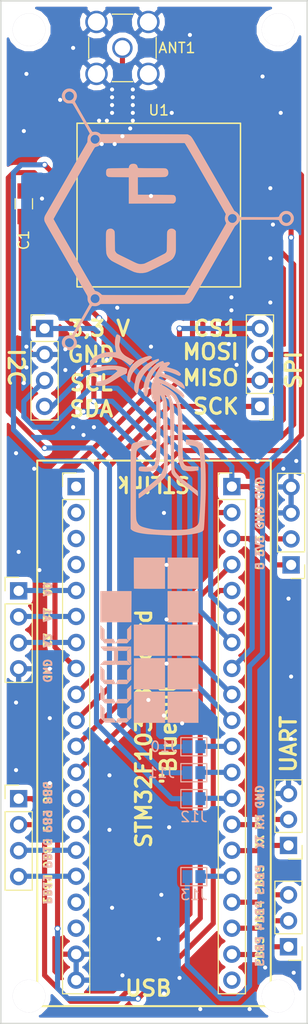
<source format=kicad_pcb>
(kicad_pcb (version 4) (host pcbnew 4.0.6)
  (layers (0 F.Cu signal hide) (31 B.Cu signal hide) (34 B.Paste user) (35 F.Paste user) (36 B.SilkS user) (37 F.SilkS user) (38 B.Mask user) (39 F.Mask user) (44 Edge.Cuts user))
  (net 0 "")
  (net 1 +3V3)
  (net 2 +5V)
  (net 3 GND)
  (net 4 A0)
  (net 5 A1)
  (net 6 A2)
  (net 7 CS1)
  (net 8 CS0)
  (net 9 SCK)
  (net 10 MISO)
  (net 11 MOSI)
  (net 12 PB10)
  (net 13 PB11)
  (net 14 PB13)
  (net 15 PB14)
  (net 16 PB15)
  (net 17 PB9)
  (net 18 PB8)
  (net 19 SDA)
  (net 20 SCL)
  (net 21 DIO2)
  (net 22 DIO1)
  (net 23 DIO0)
  (net 24 PA15)
  (net 25 PA12)
  (net 26 PA11)
  (net 27 RX)
  (net 28 TX)
  (net 29 PA8)
  (net 30 DIO5)
  (net 31 DIO4)
  (net 32 DIO3)
  (net 33 RESET)
  (net 34 "Net-(J3-Pad1)")
  (net 35 "Net-(J3-Pad2)")
  (net 36 "Net-(J3-Pad3)")
  (net 37 "Net-(J3-Pad4)")
  (net 38 "Net-(J3-Pad13)")
  (net 39 "Net-(J3-Pad14)")
  (net 40 "Net-(J3-Pad17)")
  (net 41 "Net-(J6-Pad20)")
  (net 42 "Net-(ANT1-Pad1)")
  (module LOGO (layer B.Cu) (at 44.45 92.456 90)
    (fp_text reference G*** hide)
    (fp_text value LOGO hide)
  )
  (module LOGO (layer B.Cu) (at 42.926 112.522 90)
    (fp_text reference G*** hide)
    (fp_text value LOGO hide)
  )
  (module LOGO (layer B.Cu) (at 46.482 71.374 90)
    (fp_text reference G*** hide)
    (fp_text value LOGO hide)
  )
  (module Mounting_Holes:MountingHole_3.2mm_M3_ISO14580 (layer F.Cu) (at 32.766 52.832)
    (fp_text reference REF** hide)
    (fp_text value MountingHole_3.2mm_M3_ISO14580)
    (pad 1 thru_hole circle (at 0 0) (size 3.2 3.2) (drill 3.2) (layers *.Cu *.Mask))
  )
  (module Mounting_Holes:MountingHole_3.2mm_M3_ISO14580 (layer F.Cu) (at 32.766 147.32)
    (fp_text reference REF** hide)
    (fp_text value MountingHole_3.2mm_M3_ISO14580)
    (pad 1 thru_hole circle (at 0 0) (size 3.2 3.2) (drill 3.2) (layers *.Cu *.Mask))
  )
  (module Mounting_Holes:MountingHole_3.2mm_M3_ISO14580 (layer F.Cu) (at 57.15 147.32)
    (fp_text reference REF** hide)
    (fp_text value MountingHole_3.2mm_M3_ISO14580)
    (pad 1 thru_hole circle (at 0 0) (size 3.2 3.2) (drill 3.2) (layers *.Cu *.Mask))
  )
  (module Pin_Headers:Pin_Header_Straight_1x04_Pitch2.54mm (layer F.Cu) (at 58.42 105.156 180)
    (fp_text reference J2 hide)
    (fp_text value POWER)
    (pad 1 thru_hole rect (at 0 0 180) (size 1.7 1.7) (drill 1) (layers *.Cu *.Mask) (net 2 +5V))
    (pad 2 thru_hole oval (at 0 2.54 180) (size 1.7 1.7) (drill 1) (layers *.Cu *.Mask) (net 1 +3V3))
    (pad 3 thru_hole oval (at 0 5.08 180) (size 1.7 1.7) (drill 1) (layers *.Cu *.Mask) (net 3 GND))
    (pad 4 thru_hole oval (at 0 7.62 180) (size 1.7 1.7) (drill 1) (layers *.Cu *.Mask) (net 3 GND))
  )
  (module Pin_Headers:Pin_Header_Straight_1x04_Pitch2.54mm (layer F.Cu) (at 31.75 128.016)
    (fp_text reference J8 hide)
    (fp_text value GPIO)
    (pad 1 thru_hole rect (at 0 0) (size 1.7 1.7) (drill 1) (layers *.Cu *.Mask) (net 18 PB8))
    (pad 2 thru_hole oval (at 0 2.54) (size 1.7 1.7) (drill 1) (layers *.Cu *.Mask) (net 17 PB9))
    (pad 3 thru_hole oval (at 0 5.08) (size 1.7 1.7) (drill 1) (layers *.Cu *.Mask) (net 12 PB10))
    (pad 4 thru_hole oval (at 0 7.62) (size 1.7 1.7) (drill 1) (layers *.Cu *.Mask) (net 13 PB11))
  )
  (module Connect:GS2 (layer B.Cu) (at 48.9 125.476 270)
    (fp_text reference J11 (at 0 3.18 540) (layer B.SilkS) (effects (justify mirror)))
    (fp_text value GS2)
    (pad 1 smd rect (at 0 0.64 270) (size 1.27 0.97) (layers B.Cu B.Paste B.Mask) (net 31 DIO4))
    (pad 2 smd rect (at 0 -0.64 270) (size 1.27 0.97) (layers B.Cu B.Paste B.Mask) (net 25 PA12))
  )
  (module Connect:GS2 (layer B.Cu) (at 48.9 128.016 270)
    (fp_text reference J12 (at 1.78 0 540) (layer B.SilkS) (effects (justify mirror)))
    (fp_text value GS2)
    (pad 1 smd rect (at 0 0.64 270) (size 1.27 0.97) (layers B.Cu B.Paste B.Mask) (net 32 DIO3))
    (pad 2 smd rect (at 0 -0.64 270) (size 1.27 0.97) (layers B.Cu B.Paste B.Mask) (net 26 PA11))
  )
  (module Connect:GS2 (layer B.Cu) (at 48.9 135.636 270)
    (fp_text reference J13 (at 1.78 0 540) (layer B.SilkS) (effects (justify mirror)))
    (fp_text value GS2)
    (pad 1 smd rect (at 0 0.64 270) (size 1.27 0.97) (layers B.Cu B.Paste B.Mask) (net 33 RESET))
    (pad 2 smd rect (at 0 -0.64 270) (size 1.27 0.97) (layers B.Cu B.Paste B.Mask) (net 29 PA8))
  )
  (module Pin_Headers:Pin_Header_Straight_1x04_Pitch2.54mm (layer F.Cu) (at 31.75 107.696)
    (fp_text reference J1 hide)
    (fp_text value "Analog IN")
    (pad 1 thru_hole rect (at 0 0) (size 1.7 1.7) (drill 1) (layers *.Cu *.Mask) (net 4 A0))
    (pad 2 thru_hole oval (at 0 2.54) (size 1.7 1.7) (drill 1) (layers *.Cu *.Mask) (net 5 A1))
    (pad 3 thru_hole oval (at 0 5.08) (size 1.7 1.7) (drill 1) (layers *.Cu *.Mask) (net 6 A2))
    (pad 4 thru_hole oval (at 0 7.62) (size 1.7 1.7) (drill 1) (layers *.Cu *.Mask) (net 3 GND))
  )
  (module Pin_Headers:Pin_Header_Straight_1x20_Pitch2.54mm (layer F.Cu) (at 37.38 97.5)
    (fp_text reference J3 hide)
    (fp_text value "Bluepill left")
    (pad 1 thru_hole rect (at 0 0) (size 1.7 1.7) (drill 1) (layers *.Cu *.Mask) (net 34 "Net-(J3-Pad1)"))
    (pad 2 thru_hole oval (at 0 2.54) (size 1.7 1.7) (drill 1) (layers *.Cu *.Mask) (net 35 "Net-(J3-Pad2)"))
    (pad 3 thru_hole oval (at 0 5.08) (size 1.7 1.7) (drill 1) (layers *.Cu *.Mask) (net 36 "Net-(J3-Pad3)"))
    (pad 4 thru_hole oval (at 0 7.62) (size 1.7 1.7) (drill 1) (layers *.Cu *.Mask) (net 37 "Net-(J3-Pad4)"))
    (pad 5 thru_hole oval (at 0 10.16) (size 1.7 1.7) (drill 1) (layers *.Cu *.Mask) (net 4 A0))
    (pad 6 thru_hole oval (at 0 12.7) (size 1.7 1.7) (drill 1) (layers *.Cu *.Mask) (net 5 A1))
    (pad 7 thru_hole oval (at 0 15.24) (size 1.7 1.7) (drill 1) (layers *.Cu *.Mask) (net 6 A2))
    (pad 8 thru_hole oval (at 0 17.78) (size 1.7 1.7) (drill 1) (layers *.Cu *.Mask) (net 7 CS1))
    (pad 9 thru_hole oval (at 0 20.32) (size 1.7 1.7) (drill 1) (layers *.Cu *.Mask) (net 8 CS0))
    (pad 10 thru_hole oval (at 0 22.86) (size 1.7 1.7) (drill 1) (layers *.Cu *.Mask) (net 9 SCK))
    (pad 11 thru_hole oval (at 0 25.4) (size 1.7 1.7) (drill 1) (layers *.Cu *.Mask) (net 10 MISO))
    (pad 12 thru_hole oval (at 0 27.94) (size 1.7 1.7) (drill 1) (layers *.Cu *.Mask) (net 11 MOSI))
    (pad 13 thru_hole oval (at 0 30.48) (size 1.7 1.7) (drill 1) (layers *.Cu *.Mask) (net 38 "Net-(J3-Pad13)"))
    (pad 14 thru_hole oval (at 0 33.02) (size 1.7 1.7) (drill 1) (layers *.Cu *.Mask) (net 39 "Net-(J3-Pad14)"))
    (pad 15 thru_hole oval (at 0 35.56) (size 1.7 1.7) (drill 1) (layers *.Cu *.Mask) (net 12 PB10))
    (pad 16 thru_hole oval (at 0 38.1) (size 1.7 1.7) (drill 1) (layers *.Cu *.Mask) (net 13 PB11))
    (pad 17 thru_hole oval (at 0 40.64) (size 1.7 1.7) (drill 1) (layers *.Cu *.Mask) (net 40 "Net-(J3-Pad17)"))
    (pad 18 thru_hole oval (at 0 43.18) (size 1.7 1.7) (drill 1) (layers *.Cu *.Mask) (net 1 +3V3))
    (pad 19 thru_hole oval (at 0 45.72) (size 1.7 1.7) (drill 1) (layers *.Cu *.Mask) (net 3 GND))
    (pad 20 thru_hole oval (at 0 48.26) (size 1.7 1.7) (drill 1) (layers *.Cu *.Mask) (net 3 GND))
  )
  (module Pin_Headers:Pin_Header_Straight_1x03_Pitch2.54mm (layer F.Cu) (at 58.166 142.494 180)
    (fp_text reference J4 hide)
    (fp_text value "PWM OUT")
    (pad 1 thru_hole rect (at 0 0 180) (size 1.7 1.7) (drill 1) (layers *.Cu *.Mask) (net 14 PB13))
    (pad 2 thru_hole oval (at 0 2.54 180) (size 1.7 1.7) (drill 1) (layers *.Cu *.Mask) (net 15 PB14))
    (pad 3 thru_hole oval (at 0 5.08 180) (size 1.7 1.7) (drill 1) (layers *.Cu *.Mask) (net 16 PB15))
  )
  (module Pin_Headers:Pin_Header_Straight_1x04_Pitch2.54mm (layer F.Cu) (at 55.372 89.662 180)
    (fp_text reference J5 hide)
    (fp_text value "SPI OUT")
    (pad 1 thru_hole rect (at 0 0 180) (size 1.7 1.7) (drill 1) (layers *.Cu *.Mask) (net 9 SCK))
    (pad 2 thru_hole oval (at 0 2.54 180) (size 1.7 1.7) (drill 1) (layers *.Cu *.Mask) (net 10 MISO))
    (pad 3 thru_hole oval (at 0 5.08 180) (size 1.7 1.7) (drill 1) (layers *.Cu *.Mask) (net 11 MOSI))
    (pad 4 thru_hole oval (at 0 7.62 180) (size 1.7 1.7) (drill 1) (layers *.Cu *.Mask) (net 7 CS1))
  )
  (module Pin_Headers:Pin_Header_Straight_1x20_Pitch2.54mm (layer F.Cu) (at 52.62 97.5)
    (fp_text reference J6 hide)
    (fp_text value "Bluepill right")
    (pad 1 thru_hole rect (at 0 0) (size 1.7 1.7) (drill 1) (layers *.Cu *.Mask) (net 1 +3V3))
    (pad 2 thru_hole oval (at 0 2.54) (size 1.7 1.7) (drill 1) (layers *.Cu *.Mask) (net 3 GND))
    (pad 3 thru_hole oval (at 0 5.08) (size 1.7 1.7) (drill 1) (layers *.Cu *.Mask) (net 2 +5V))
    (pad 4 thru_hole oval (at 0 7.62) (size 1.7 1.7) (drill 1) (layers *.Cu *.Mask) (net 17 PB9))
    (pad 5 thru_hole oval (at 0 10.16) (size 1.7 1.7) (drill 1) (layers *.Cu *.Mask) (net 18 PB8))
    (pad 6 thru_hole oval (at 0 12.7) (size 1.7 1.7) (drill 1) (layers *.Cu *.Mask) (net 19 SDA))
    (pad 7 thru_hole oval (at 0 15.24) (size 1.7 1.7) (drill 1) (layers *.Cu *.Mask) (net 20 SCL))
    (pad 8 thru_hole oval (at 0 17.78) (size 1.7 1.7) (drill 1) (layers *.Cu *.Mask) (net 21 DIO2))
    (pad 9 thru_hole oval (at 0 20.32) (size 1.7 1.7) (drill 1) (layers *.Cu *.Mask) (net 22 DIO1))
    (pad 10 thru_hole oval (at 0 22.86) (size 1.7 1.7) (drill 1) (layers *.Cu *.Mask) (net 23 DIO0))
    (pad 11 thru_hole oval (at 0 25.4) (size 1.7 1.7) (drill 1) (layers *.Cu *.Mask) (net 24 PA15))
    (pad 12 thru_hole oval (at 0 27.94) (size 1.7 1.7) (drill 1) (layers *.Cu *.Mask) (net 25 PA12))
    (pad 13 thru_hole oval (at 0 30.48) (size 1.7 1.7) (drill 1) (layers *.Cu *.Mask) (net 26 PA11))
    (pad 14 thru_hole oval (at 0 33.02) (size 1.7 1.7) (drill 1) (layers *.Cu *.Mask) (net 27 RX))
    (pad 15 thru_hole oval (at 0 35.56) (size 1.7 1.7) (drill 1) (layers *.Cu *.Mask) (net 28 TX))
    (pad 16 thru_hole oval (at 0 38.1) (size 1.7 1.7) (drill 1) (layers *.Cu *.Mask) (net 29 PA8))
    (pad 17 thru_hole oval (at 0 40.64) (size 1.7 1.7) (drill 1) (layers *.Cu *.Mask) (net 16 PB15))
    (pad 18 thru_hole oval (at 0 43.18) (size 1.7 1.7) (drill 1) (layers *.Cu *.Mask) (net 15 PB14))
    (pad 19 thru_hole oval (at 0 45.72) (size 1.7 1.7) (drill 1) (layers *.Cu *.Mask) (net 14 PB13))
    (pad 20 thru_hole oval (at 0 48.26) (size 1.7 1.7) (drill 1) (layers *.Cu *.Mask) (net 41 "Net-(J6-Pad20)"))
  )
  (module Pin_Headers:Pin_Header_Straight_1x04_Pitch2.54mm (layer F.Cu) (at 34.29 82.042)
    (fp_text reference J7 hide)
    (fp_text value I2C)
    (pad 1 thru_hole rect (at 0 0) (size 1.7 1.7) (drill 1) (layers *.Cu *.Mask) (net 1 +3V3))
    (pad 2 thru_hole oval (at 0 2.54) (size 1.7 1.7) (drill 1) (layers *.Cu *.Mask) (net 3 GND))
    (pad 3 thru_hole oval (at 0 5.08) (size 1.7 1.7) (drill 1) (layers *.Cu *.Mask) (net 20 SCL))
    (pad 4 thru_hole oval (at 0 7.62) (size 1.7 1.7) (drill 1) (layers *.Cu *.Mask) (net 19 SDA))
  )
  (module Pin_Headers:Pin_Header_Straight_1x03_Pitch2.54mm (layer F.Cu) (at 58.166 132.588 180)
    (fp_text reference J9 hide)
    (fp_text value UART)
    (pad 1 thru_hole rect (at 0 0 180) (size 1.7 1.7) (drill 1) (layers *.Cu *.Mask) (net 28 TX))
    (pad 2 thru_hole oval (at 0 2.54 180) (size 1.7 1.7) (drill 1) (layers *.Cu *.Mask) (net 27 RX))
    (pad 3 thru_hole oval (at 0 5.08 180) (size 1.7 1.7) (drill 1) (layers *.Cu *.Mask) (net 3 GND))
  )
  (module Connect:GS2 (layer B.Cu) (at 48.9 122.936 270)
    (fp_text reference J10 (at 0 2.926 540) (layer B.SilkS) (effects (justify mirror)))
    (fp_text value GS2)
    (pad 1 smd rect (at 0 0.64 270) (size 1.27 0.97) (layers B.Cu B.Paste B.Mask) (net 30 DIO5))
    (pad 2 smd rect (at 0 -0.64 270) (size 1.27 0.97) (layers B.Cu B.Paste B.Mask) (net 24 PA15))
  )
  (module Connect:SMA_THT_Jack_Straight (layer F.Cu) (at 41.91 54.61)
    (fp_text reference ANT1 (at 5.334 0) (layer F.SilkS))
    (fp_text value CONN_COAXIAL)
    (pad 2 thru_hole circle (at -2.54 2.54) (size 2.2 2.2) (drill 1.7) (layers *.Cu *.Mask) (net 3 GND))
    (pad 2 thru_hole circle (at -2.54 -2.54) (size 2.2 2.2) (drill 1.7) (layers *.Cu *.Mask) (net 3 GND))
    (pad 2 thru_hole circle (at 2.54 -2.54) (size 2.2 2.2) (drill 1.7) (layers *.Cu *.Mask) (net 3 GND))
    (pad 2 thru_hole circle (at 2.54 2.54) (size 2.2 2.2) (drill 1.7) (layers *.Cu *.Mask) (net 3 GND))
    (pad 1 thru_hole circle (at 0 0) (size 2 2) (drill 1.5) (layers *.Cu *.Mask) (net 42 "Net-(ANT1-Pad1)"))
  )
  (module Capacitors_SMD:C_0805_HandSoldering (layer F.Cu) (at 32.258 69.85 90)
    (fp_text reference C1 (at -3.556 0 90) (layer F.SilkS))
    (fp_text value "100 nF")
    (pad 1 smd rect (at -1.25 0 90) (size 1.5 1.25) (layers F.Cu F.Paste F.Mask) (net 1 +3V3))
    (pad 2 smd rect (at 1.25 0 90) (size 1.5 1.25) (layers F.Cu F.Paste F.Mask) (net 3 GND))
  )
  (module RFM95W:RFM95W_SMD (layer F.Cu) (at 45.466 61.976 180)
    (fp_text reference U1 (at 0 1.27 180) (layer F.SilkS))
    (fp_text value RFM95W)
    (pad 16 smd rect (at 7 -15 180) (size 3.1 1.2) (drill (offset 1 0)) (layers F.Cu F.Paste F.Mask) (net 21 DIO2))
    (pad 15 smd rect (at 7 -13 180) (size 3.1 1.2) (drill (offset 1 0)) (layers F.Cu F.Paste F.Mask) (net 22 DIO1))
    (pad 14 smd rect (at 7 -11 180) (size 3.1 1.2) (drill (offset 1 0)) (layers F.Cu F.Paste F.Mask) (net 23 DIO0))
    (pad 13 smd rect (at 7 -9 180) (size 3.1 1.2) (drill (offset 1 0)) (layers F.Cu F.Paste F.Mask) (net 1 +3V3))
    (pad 12 smd rect (at 7 -7 180) (size 3.1 1.2) (drill (offset 1 0)) (layers F.Cu F.Paste F.Mask) (net 31 DIO4))
    (pad 11 smd rect (at 7 -5 180) (size 3.1 1.2) (drill (offset 1 0)) (layers F.Cu F.Paste F.Mask) (net 32 DIO3))
    (pad 10 smd rect (at 7 -3 180) (size 3.1 1.2) (drill (offset 1 0)) (layers F.Cu F.Paste F.Mask) (net 3 GND))
    (pad 9 smd rect (at 7 -1 180) (size 3.1 1.2) (drill (offset 1 0)) (layers F.Cu F.Paste F.Mask) (net 42 "Net-(ANT1-Pad1)"))
    (pad 8 smd rect (at -7 -1 180) (size 3.1 1.2) (drill (offset -1 0)) (layers F.Cu F.Paste F.Mask) (net 3 GND))
    (pad 7 smd rect (at -7 -3 180) (size 3.1 1.2) (drill (offset -1 0)) (layers F.Cu F.Paste F.Mask) (net 30 DIO5))
    (pad 6 smd rect (at -7 -5 180) (size 3.1 1.2) (drill (offset -1 0)) (layers F.Cu F.Paste F.Mask) (net 33 RESET))
    (pad 5 smd rect (at -7 -7 180) (size 3.1 1.2) (drill (offset -1 0)) (layers F.Cu F.Paste F.Mask) (net 8 CS0))
    (pad 4 smd rect (at -7 -9 180) (size 3.1 1.2) (drill (offset -1 0)) (layers F.Cu F.Paste F.Mask) (net 9 SCK))
    (pad 3 smd rect (at -7 -11 180) (size 3.1 1.2) (drill (offset -1 0)) (layers F.Cu F.Paste F.Mask) (net 11 MOSI))
    (pad 2 smd rect (at -7 -13 180) (size 3.1 1.2) (drill (offset -1 0)) (layers F.Cu F.Paste F.Mask) (net 10 MISO))
    (pad 1 smd rect (at -7 -15 180) (size 3.1 1.2) (drill (offset -1 0)) (layers F.Cu F.Paste F.Mask) (net 3 GND))
  )
  (module Mounting_Holes:MountingHole_3.2mm_M3_ISO14580 (layer F.Cu) (at 57.15 52.832)
    (fp_text reference REF** hide)
    (fp_text value MountingHole_3.2mm_M3_ISO14580)
    (pad 1 thru_hole circle (at 0 0) (size 3.2 3.2) (drill 3.2) (layers *.Cu *.Mask))
  )
  (gr_text UART (at 58.166 122.682 90) (layer F.SilkS) (effects (font (size 1.5 1.5) (thickness 0.3))))
  (gr_text "5 3V3 GND GND" (at 55.372 101.092 90) (layer F.SilkS) (effects (font (size 0.75 0.75) (thickness 0.1875))))
  (gr_text "GND GND 3V3 5" (at 55.372 101.092 90) (layer B.SilkS) (effects (font (size 0.75 0.75) (thickness 0.1875)) (justify mirror)))
  (gr_text "GND  A2  A1  A0" (at 34.544 111.76 270) (layer B.SilkS) (effects (font (size 0.75 0.75) (thickness 0.1875)) (justify mirror)))
  (gr_text "A0  A1  A2  GND" (at 34.544 111.76 270) (layer F.SilkS) (effects (font (size 0.75 0.75) (thickness 0.1875))))
  (gr_text "PB11 PB10 PB9 PB8" (at 34.544 132.334 270) (layer B.SilkS) (effects (font (size 0.75 0.75) (thickness 0.1875)) (justify mirror)))
  (gr_text "PB8 PB9 PB10 PB11" (at 34.544 132.334 270) (layer F.SilkS) (effects (font (size 0.75 0.75) (thickness 0.1875))))
  (gr_text "GND RX TX" (at 55.372 129.794 90) (layer B.SilkS) (effects (font (size 0.75 0.75) (thickness 0.1875)) (justify mirror)))
  (gr_text "TX RX GND" (at 55.372 129.794 90) (layer F.SilkS) (effects (font (size 0.75 0.75) (thickness 0.1875))))
  (gr_text "PB15 PB14 PB13" (at 55.372 139.446 90) (layer B.SilkS) (effects (font (size 0.75 0.75) (thickness 0.1875)) (justify mirror)))
  (gr_text "PB13 PB14 PB15" (at 55.372 139.446 90) (layer F.SilkS) (effects (font (size 0.75 0.75) (thickness 0.1875))))
  (gr_text SPI (at 58.674 86.106 90) (layer F.SilkS) (effects (font (size 1.5 1.5) (thickness 0.3))))
  (gr_text I2C (at 31.496 85.852 270) (layer F.SilkS) (effects (font (size 1.5 1.5) (thickness 0.3))))
  (gr_text SDA (at 38.862 89.916) (layer F.SilkS) (effects (font (size 1.5 1.5) (thickness 0.3))))
  (gr_text SCL (at 38.862 87.376) (layer F.SilkS) (effects (font (size 1.5 1.5) (thickness 0.3))))
  (gr_text GND (at 38.862 84.582) (layer F.SilkS) (effects (font (size 1.5 1.5) (thickness 0.3))))
  (gr_text "3,3 V" (at 39.624 82.042) (layer F.SilkS) (effects (font (size 1.5 1.5) (thickness 0.3))))
  (gr_text SCK (at 51.054 89.662) (layer F.SilkS) (effects (font (size 1.5 1.5) (thickness 0.3))))
  (gr_text MISO (at 50.546 86.868) (layer F.SilkS) (effects (font (size 1.5 1.5) (thickness 0.3))))
  (gr_text MOSI (at 50.546 84.328) (layer F.SilkS) (effects (font (size 1.5 1.5) (thickness 0.3))))
  (gr_text CS1 (at 51.054 82.042) (layer F.SilkS) (effects (font (size 1.5 1.5) (thickness 0.3))))
  (gr_text STLink (at 44.958 97.282 180) (layer F.SilkS) (effects (font (size 1.5 1.5) (thickness 0.3))))
  (gr_text "STM32F103C8 Board\n\"Bluepill\"" (at 45.212 121.158 90) (layer F.SilkS) (effects (font (size 1.5 1.5) (thickness 0.3))))
  (gr_text USB (at 44.45 146.558) (layer F.SilkS) (effects (font (size 1.5 1.5) (thickness 0.3))))
  (gr_line (start 33.57 94.96) (end 33.57 148.3) (layer F.SilkS) (width 0.2))
  (gr_line (start 33.57 148.3) (end 56.43 148.3) (layer F.SilkS) (width 0.2))
  (gr_line (start 56.43 94.96) (end 56.43 148.3) (layer F.SilkS) (width 0.2))
  (gr_line (start 33.57 94.96) (end 56.43 94.96) (layer F.SilkS) (width 0.2))
  (gr_line (start 30.011272 50) (end 60 50) (layer Edge.Cuts) (width 0.15))
  (gr_line (start 30 150) (end 60 150) (layer Edge.Cuts) (width 0.15))
  (gr_line (start 30 50) (end 30.011272 50) (layer Edge.Cuts) (width 0.15))
  (gr_line (start 60 150) (end 60 50) (layer Edge.Cuts) (width 0.15))
  (gr_line (start 30 150) (end 30 50) (layer Edge.Cuts) (width 0.15))
  (segment (start 32.004 81.788) (end 32.004 70.976) (width 0.5) (layer F.Cu) (net 1))
  (segment (start 32.004 70.976) (end 34.269 70.976) (width 0.5) (layer F.Cu) (net 1))
  (segment (start 34.269 70.976) (end 38.466 70.976) (width 0.5) (layer F.Cu) (net 1))
  (segment (start 52.62 97.5) (end 52.62 95.546) (width 0.5) (layer B.Cu) (net 1))
  (segment (start 52.62 95.546) (end 39.116 82.042) (width 0.5) (layer B.Cu) (net 1))
  (segment (start 39.116 82.042) (end 34.29 82.042) (width 0.5) (layer B.Cu) (net 1))
  (segment (start 58.42 102.616) (end 56.134 102.616) (width 0.5) (layer F.Cu) (net 1))
  (segment (start 56.134 102.616) (end 54.864 101.346) (width 0.5) (layer F.Cu) (net 1))
  (segment (start 54.864 101.346) (end 54.864 98.044) (width 0.5) (layer F.Cu) (net 1))
  (segment (start 54.864 98.044) (end 54.32 97.5) (width 0.5) (layer F.Cu) (net 1))
  (segment (start 54.32 97.5) (end 52.62 97.5) (width 0.5) (layer F.Cu) (net 1))
  (segment (start 32.004 81.788) (end 32.004 82.042) (width 0.5) (layer F.Cu) (net 1))
  (segment (start 32.004 82.042) (end 34.29 82.042) (width 0.5) (layer F.Cu) (net 1))
  (segment (start 32.004 81.534) (end 32.004 81.28) (width 0.5) (layer F.Cu) (net 1))
  (segment (start 32.004 81.534) (end 32.004 81.788) (width 0.5) (layer F.Cu) (net 1))
  (segment (start 52.62 102.58) (end 54.32 102.58) (width 0.5) (layer F.Cu) (net 2))
  (segment (start 54.32 102.58) (end 56.896 105.156) (width 0.5) (layer F.Cu) (net 2))
  (segment (start 56.896 105.156) (end 58.42 105.156) (width 0.5) (layer F.Cu) (net 2))
  (segment (start 55.418007 95.295999) (end 55.118008 94.996) (width 0.25) (layer F.Cu) (net 3))
  (segment (start 55.38399 95.504) (end 55.418007 95.469983) (width 0.25) (layer F.Cu) (net 3))
  (segment (start 55.418007 95.469983) (end 55.418007 95.295999) (width 0.25) (layer F.Cu) (net 3))
  (via (at 55.118008 94.996) (size 0.6) (drill 0.4) (layers F.Cu B.Cu) (net 3))
  (segment (start 58.42 94.996) (end 57.957999 95.458001) (width 0.25) (layer F.Cu) (net 3))
  (segment (start 58.928 94.996) (end 58.42 94.996) (width 0.25) (layer F.Cu) (net 3))
  (segment (start 57.233736 95.758) (end 57.658 95.758) (width 0.25) (layer F.Cu) (net 3))
  (segment (start 55.63799 95.758) (end 57.233736 95.758) (width 0.25) (layer F.Cu) (net 3))
  (segment (start 57.957999 95.458001) (end 57.658 95.758) (width 0.25) (layer F.Cu) (net 3))
  (segment (start 55.38399 95.504) (end 55.63799 95.758) (width 0.25) (layer F.Cu) (net 3))
  (via (at 57.658 95.758) (size 0.6) (drill 0.4) (layers F.Cu B.Cu) (net 3))
  (segment (start 58.42 95.504) (end 58.628001 95.295999) (width 0.25) (layer B.Cu) (net 3))
  (segment (start 58.42 97.536) (end 58.42 95.504) (width 0.25) (layer B.Cu) (net 3))
  (segment (start 58.628001 95.295999) (end 58.928 94.996) (width 0.25) (layer B.Cu) (net 3))
  (via (at 58.928 94.996) (size 0.6) (drill 0.4) (layers F.Cu B.Cu) (net 3))
  (segment (start 55.12999 95.25) (end 55.38399 95.504) (width 0.25) (layer F.Cu) (net 3))
  (segment (start 58.42 144.526) (end 58.674 144.78) (width 0.25) (layer B.Cu) (net 3))
  (via (at 58.674 145.034) (size 0.6) (drill 0.4) (layers F.Cu B.Cu) (net 3))
  (segment (start 58.674 144.78) (end 58.674 145.034) (width 0.25) (layer B.Cu) (net 3))
  (segment (start 55.88 144.526) (end 58.42 144.526) (width 0.25) (layer B.Cu) (net 3))
  (segment (start 54.356 148.59) (end 54.356 146.05) (width 0.25) (layer F.Cu) (net 3))
  (segment (start 54.356 146.05) (end 55.88 144.526) (width 0.25) (layer F.Cu) (net 3))
  (via (at 55.88 144.526) (size 0.6) (drill 0.4) (layers F.Cu B.Cu) (net 3))
  (segment (start 58.166 127.508) (end 58.166 122.428) (width 0.25) (layer F.Cu) (net 3))
  (segment (start 58.166 122.428) (end 58.42 122.174) (width 0.25) (layer F.Cu) (net 3))
  (segment (start 58.42 100.076) (end 58.42 98.873919) (width 0.25) (layer F.Cu) (net 3))
  (segment (start 58.42 98.873919) (end 58.42 97.536) (width 0.25) (layer F.Cu) (net 3))
  (segment (start 58.42 116.078004) (end 58.420004 116.078) (width 0.25) (layer B.Cu) (net 3))
  (segment (start 58.42 122.174) (end 58.42 116.078004) (width 0.25) (layer B.Cu) (net 3))
  (segment (start 58.166 115.823996) (end 58.420004 116.078) (width 0.25) (layer F.Cu) (net 3))
  (segment (start 58.166 108.458) (end 58.166 115.823996) (width 0.25) (layer F.Cu) (net 3))
  (via (at 58.420004 116.078) (size 0.6) (drill 0.4) (layers F.Cu B.Cu) (net 3))
  (segment (start 52.466 76.976) (end 53.34 76.976) (width 0.25) (layer F.Cu) (net 3))
  (segment (start 53.34 76.976) (end 53.34 78.994) (width 0.25) (layer F.Cu) (net 3))
  (segment (start 53.34 78.994) (end 52.578 78.994) (width 0.25) (layer F.Cu) (net 3))
  (segment (start 36.322 86.106) (end 37.338 85.09) (width 0.25) (layer B.Cu) (net 3))
  (segment (start 37.338 85.09) (end 40.386 85.09) (width 0.25) (layer B.Cu) (net 3))
  (via (at 40.386 85.09) (size 0.6) (drill 0.4) (layers F.Cu B.Cu) (net 3))
  (segment (start 36.322 84.074) (end 36.322 86.106) (width 0.25) (layer F.Cu) (net 3))
  (via (at 36.322 86.106) (size 0.6) (drill 0.4) (layers F.Cu B.Cu) (net 3))
  (segment (start 34.29 84.582) (end 35.814 84.582) (width 0.25) (layer B.Cu) (net 3))
  (segment (start 35.814 84.582) (end 36.322 84.074) (width 0.25) (layer B.Cu) (net 3))
  (via (at 36.322 84.074) (size 0.6) (drill 0.4) (layers F.Cu B.Cu) (net 3))
  (segment (start 32.512 85.852) (end 32.512 87.122) (width 0.25) (layer F.Cu) (net 3))
  (segment (start 32.512 87.122) (end 32.258 87.376) (width 0.25) (layer F.Cu) (net 3))
  (via (at 32.258 87.376) (size 0.6) (drill 0.4) (layers F.Cu B.Cu) (net 3))
  (segment (start 32.512 83.82) (end 32.512 85.852) (width 0.25) (layer B.Cu) (net 3))
  (via (at 32.512 85.852) (size 0.6) (drill 0.4) (layers F.Cu B.Cu) (net 3))
  (segment (start 34.29 84.582) (end 33.274 84.582) (width 0.25) (layer F.Cu) (net 3))
  (segment (start 33.274 84.582) (end 32.512 83.82) (width 0.25) (layer F.Cu) (net 3))
  (via (at 32.512 83.82) (size 0.6) (drill 0.4) (layers F.Cu B.Cu) (net 3))
  (segment (start 58.42 122.174) (end 58.42 123.698) (width 0.25) (layer F.Cu) (net 3))
  (via (at 58.166 108.458) (size 0.6) (drill 0.4) (layers F.Cu B.Cu) (net 3))
  (via (at 58.42 122.174) (size 0.6) (drill 0.4) (layers F.Cu B.Cu) (net 3))
  (segment (start 37.084 91.694) (end 37.338 91.694) (width 0.25) (layer B.Cu) (net 3))
  (segment (start 37.338 91.694) (end 38.1 92.456) (width 0.25) (layer B.Cu) (net 3))
  (via (at 38.1 92.456) (size 0.6) (drill 0.4) (layers F.Cu B.Cu) (net 3))
  (segment (start 39.116 91.694) (end 37.084 91.694) (width 0.25) (layer F.Cu) (net 3))
  (via (at 37.084 91.694) (size 0.6) (drill 0.4) (layers F.Cu B.Cu) (net 3))
  (segment (start 45.974 100.076) (end 45.974 98.552) (width 0.25) (layer B.Cu) (net 3))
  (segment (start 45.974 98.552) (end 39.116 91.694) (width 0.25) (layer B.Cu) (net 3))
  (via (at 39.116 91.694) (size 0.6) (drill 0.4) (layers F.Cu B.Cu) (net 3))
  (segment (start 45.974 100.076) (end 52.584 100.076) (width 0.25) (layer F.Cu) (net 3))
  (segment (start 52.584 100.076) (end 52.62 100.04) (width 0.25) (layer F.Cu) (net 3))
  (segment (start 46.228 105.156) (end 46.228 100.33) (width 0.25) (layer B.Cu) (net 3))
  (segment (start 46.228 100.33) (end 45.974 100.076) (width 0.25) (layer B.Cu) (net 3))
  (via (at 45.974 100.076) (size 0.6) (drill 0.4) (layers F.Cu B.Cu) (net 3))
  (segment (start 46.228 110.49) (end 46.228 105.156) (width 0.25) (layer F.Cu) (net 3))
  (via (at 46.228 105.156) (size 0.6) (drill 0.4) (layers F.Cu B.Cu) (net 3))
  (segment (start 46.228 114.808) (end 46.228 110.49) (width 0.25) (layer B.Cu) (net 3))
  (via (at 46.228 110.49) (size 0.6) (drill 0.4) (layers F.Cu B.Cu) (net 3))
  (segment (start 47.752 120.65) (end 46.228 119.126) (width 0.25) (layer F.Cu) (net 3))
  (segment (start 46.228 119.126) (end 46.228 114.808) (width 0.25) (layer F.Cu) (net 3))
  (via (at 46.228 114.808) (size 0.6) (drill 0.4) (layers F.Cu B.Cu) (net 3))
  (segment (start 45.974 119.888) (end 46.99 119.888) (width 0.25) (layer B.Cu) (net 3))
  (segment (start 46.99 119.888) (end 47.752 120.65) (width 0.25) (layer B.Cu) (net 3))
  (via (at 47.752 120.65) (size 0.6) (drill 0.4) (layers F.Cu B.Cu) (net 3))
  (segment (start 40.64 125.73) (end 40.64 125.222) (width 0.25) (layer F.Cu) (net 3))
  (segment (start 40.64 125.222) (end 45.974 119.888) (width 0.25) (layer F.Cu) (net 3))
  (via (at 45.974 119.888) (size 0.6) (drill 0.4) (layers F.Cu B.Cu) (net 3))
  (segment (start 31.496 94.234) (end 31.75 94.234) (width 0.25) (layer B.Cu) (net 3))
  (segment (start 31.75 94.234) (end 33.274 95.758) (width 0.25) (layer B.Cu) (net 3))
  (via (at 33.274 95.758) (size 0.6) (drill 0.4) (layers F.Cu B.Cu) (net 3))
  (segment (start 31.75 103.886) (end 31.75 94.488) (width 0.25) (layer F.Cu) (net 3))
  (segment (start 31.75 94.488) (end 31.496 94.234) (width 0.25) (layer F.Cu) (net 3))
  (via (at 31.496 94.234) (size 0.6) (drill 0.4) (layers F.Cu B.Cu) (net 3))
  (segment (start 33.782 105.664) (end 32.004 103.886) (width 0.25) (layer B.Cu) (net 3))
  (segment (start 32.004 103.886) (end 31.75 103.886) (width 0.25) (layer B.Cu) (net 3))
  (via (at 31.75 103.886) (size 0.6) (drill 0.4) (layers F.Cu B.Cu) (net 3))
  (segment (start 34.798 115.316) (end 33.782 114.3) (width 0.25) (layer F.Cu) (net 3))
  (segment (start 33.782 114.3) (end 33.782 105.664) (width 0.25) (layer F.Cu) (net 3))
  (via (at 33.782 105.664) (size 0.6) (drill 0.4) (layers F.Cu B.Cu) (net 3))
  (segment (start 34.798 120.142) (end 34.798 115.316) (width 0.25) (layer F.Cu) (net 3))
  (via (at 34.798 115.316) (size 0.6) (drill 0.4) (layers F.Cu B.Cu) (net 3))
  (segment (start 34.798 126.492) (end 34.798 120.142) (width 0.25) (layer B.Cu) (net 3))
  (via (at 34.798 120.142) (size 0.6) (drill 0.4) (layers F.Cu B.Cu) (net 3))
  (segment (start 31.496 125.222) (end 33.528 125.222) (width 0.25) (layer F.Cu) (net 3))
  (segment (start 33.528 125.222) (end 34.798 126.492) (width 0.25) (layer F.Cu) (net 3))
  (via (at 34.798 126.492) (size 0.6) (drill 0.4) (layers F.Cu B.Cu) (net 3))
  (segment (start 31.496 118.618) (end 31.496 125.222) (width 0.25) (layer B.Cu) (net 3))
  (via (at 31.496 125.222) (size 0.6) (drill 0.4) (layers F.Cu B.Cu) (net 3))
  (segment (start 31.75 115.316) (end 31.75 118.364) (width 0.25) (layer F.Cu) (net 3))
  (segment (start 31.75 118.364) (end 31.496 118.618) (width 0.25) (layer F.Cu) (net 3))
  (via (at 31.496 118.618) (size 0.6) (drill 0.4) (layers F.Cu B.Cu) (net 3))
  (segment (start 45.765997 142.031999) (end 45.465998 141.732) (width 0.25) (layer B.Cu) (net 3))
  (segment (start 47.498 143.764002) (end 45.765997 142.031999) (width 0.25) (layer B.Cu) (net 3))
  (segment (start 47.498 145.542) (end 47.498 143.764002) (width 0.25) (layer B.Cu) (net 3))
  (segment (start 45.72 137.414) (end 45.72 141.477998) (width 0.25) (layer F.Cu) (net 3))
  (segment (start 45.72 141.477998) (end 45.465998 141.732) (width 0.25) (layer F.Cu) (net 3))
  (via (at 45.465998 141.732) (size 0.6) (drill 0.4) (layers F.Cu B.Cu) (net 3))
  (segment (start 41.909996 139.699996) (end 41.909996 144.863736) (width 0.25) (layer B.Cu) (net 3))
  (segment (start 40.894 138.684) (end 41.909996 139.699996) (width 0.25) (layer B.Cu) (net 3))
  (segment (start 41.609997 145.587999) (end 41.909996 145.288) (width 0.25) (layer F.Cu) (net 3))
  (segment (start 41.909996 144.863736) (end 41.909996 145.288) (width 0.25) (layer B.Cu) (net 3))
  (segment (start 41.437996 145.76) (end 41.609997 145.587999) (width 0.25) (layer F.Cu) (net 3))
  (segment (start 37.38 145.76) (end 41.437996 145.76) (width 0.25) (layer F.Cu) (net 3))
  (via (at 41.909996 145.288) (size 0.6) (drill 0.4) (layers F.Cu B.Cu) (net 3))
  (segment (start 45.974 147.066) (end 47.498 145.542) (width 0.25) (layer F.Cu) (net 3))
  (via (at 47.498 145.542) (size 0.6) (drill 0.4) (layers F.Cu B.Cu) (net 3))
  (segment (start 49.53 148.59) (end 54.356 148.59) (width 0.25) (layer F.Cu) (net 3))
  (via (at 54.356 148.59) (size 0.6) (drill 0.4) (layers F.Cu B.Cu) (net 3))
  (segment (start 45.974 147.066) (end 47.498 148.59) (width 0.25) (layer B.Cu) (net 3))
  (segment (start 47.498 148.59) (end 49.53 148.59) (width 0.25) (layer B.Cu) (net 3))
  (via (at 49.53 148.59) (size 0.6) (drill 0.4) (layers F.Cu B.Cu) (net 3))
  (via (at 45.974 147.066) (size 0.6) (drill 0.4) (layers F.Cu B.Cu) (net 3))
  (segment (start 46.482 130.81) (end 45.72 131.572) (width 0.25) (layer B.Cu) (net 3))
  (segment (start 45.72 131.572) (end 45.72 137.414) (width 0.25) (layer B.Cu) (net 3))
  (via (at 45.72 137.414) (size 0.6) (drill 0.4) (layers F.Cu B.Cu) (net 3))
  (segment (start 40.64 125.73) (end 41.402 125.73) (width 0.25) (layer F.Cu) (net 3))
  (via (at 46.482 130.81) (size 0.6) (drill 0.4) (layers F.Cu B.Cu) (net 3))
  (segment (start 41.402 125.73) (end 46.482 130.81) (width 0.25) (layer F.Cu) (net 3))
  (segment (start 40.64 131.064) (end 40.64 125.73) (width 0.25) (layer B.Cu) (net 3))
  (via (at 40.64 125.73) (size 0.6) (drill 0.4) (layers F.Cu B.Cu) (net 3))
  (segment (start 40.894 138.684) (end 40.894 131.318) (width 0.25) (layer F.Cu) (net 3))
  (segment (start 40.894 131.318) (end 40.64 131.064) (width 0.25) (layer F.Cu) (net 3))
  (via (at 40.64 131.064) (size 0.6) (drill 0.4) (layers F.Cu B.Cu) (net 3))
  (via (at 40.894 138.684) (size 0.6) (drill 0.4) (layers F.Cu B.Cu) (net 3))
  (segment (start 52.324 83.566) (end 52.324 84.836) (width 0.25) (layer B.Cu) (net 3))
  (segment (start 52.324 84.836) (end 53.086 85.598) (width 0.25) (layer B.Cu) (net 3))
  (via (at 53.086 85.598) (size 0.6) (drill 0.4) (layers F.Cu B.Cu) (net 3))
  (segment (start 52.578 80.264) (end 52.578 83.312) (width 0.25) (layer F.Cu) (net 3))
  (segment (start 52.578 83.312) (end 52.324 83.566) (width 0.25) (layer F.Cu) (net 3))
  (via (at 52.324 83.566) (size 0.6) (drill 0.4) (layers F.Cu B.Cu) (net 3))
  (segment (start 56.388 71.628) (end 56.642 71.882) (width 0.25) (layer F.Cu) (net 3))
  (segment (start 56.388 68.326) (end 56.388 71.628) (width 0.25) (layer F.Cu) (net 3))
  (segment (start 56.388 75.184) (end 56.388 72.136) (width 0.25) (layer B.Cu) (net 3))
  (via (at 56.642 71.882) (size 0.6) (drill 0.4) (layers F.Cu B.Cu) (net 3))
  (segment (start 56.388 72.136) (end 56.642 71.882) (width 0.25) (layer B.Cu) (net 3))
  (via (at 56.388 68.326) (size 0.6) (drill 0.4) (layers F.Cu B.Cu) (net 3))
  (segment (start 56.388 79.502) (end 56.388 75.184) (width 0.25) (layer B.Cu) (net 3))
  (via (at 56.388 75.184) (size 0.6) (drill 0.4) (layers F.Cu B.Cu) (net 3))
  (segment (start 52.578 80.264) (end 55.626 80.264) (width 0.25) (layer F.Cu) (net 3))
  (segment (start 55.626 80.264) (end 56.388 79.502) (width 0.25) (layer F.Cu) (net 3))
  (via (at 56.388 79.502) (size 0.6) (drill 0.4) (layers F.Cu B.Cu) (net 3))
  (segment (start 52.578 78.994) (end 52.578 80.264) (width 0.25) (layer B.Cu) (net 3))
  (via (at 52.578 80.264) (size 0.6) (drill 0.4) (layers F.Cu B.Cu) (net 3))
  (via (at 52.578 78.994) (size 0.6) (drill 0.4) (layers F.Cu B.Cu) (net 3))
  (segment (start 41.402 80.01) (end 41.402 80.518) (width 0.25) (layer F.Cu) (net 3))
  (segment (start 41.402 80.518) (end 44.704 83.82) (width 0.25) (layer F.Cu) (net 3))
  (via (at 44.704 83.82) (size 0.6) (drill 0.4) (layers F.Cu B.Cu) (net 3))
  (segment (start 44.704 69.088) (end 41.402 72.39) (width 0.25) (layer B.Cu) (net 3))
  (segment (start 41.402 72.39) (end 41.402 80.01) (width 0.25) (layer B.Cu) (net 3))
  (via (at 41.402 80.01) (size 0.6) (drill 0.4) (layers F.Cu B.Cu) (net 3))
  (segment (start 46.736 60.96) (end 46.736 67.056) (width 0.25) (layer F.Cu) (net 3))
  (segment (start 46.736 67.056) (end 44.704 69.088) (width 0.25) (layer F.Cu) (net 3))
  (via (at 44.704 69.088) (size 0.6) (drill 0.4) (layers F.Cu B.Cu) (net 3))
  (segment (start 57.404 60.96) (end 46.736 60.96) (width 0.25) (layer B.Cu) (net 3))
  (via (at 46.736 60.96) (size 0.6) (drill 0.4) (layers F.Cu B.Cu) (net 3))
  (segment (start 55.626 57.404) (end 55.626 59.182) (width 0.25) (layer F.Cu) (net 3))
  (segment (start 55.626 59.182) (end 57.404 60.96) (width 0.25) (layer F.Cu) (net 3))
  (via (at 57.404 60.96) (size 0.6) (drill 0.4) (layers F.Cu B.Cu) (net 3))
  (segment (start 48.514 53.34) (end 51.562 53.34) (width 0.25) (layer B.Cu) (net 3))
  (segment (start 51.562 53.34) (end 55.626 57.404) (width 0.25) (layer B.Cu) (net 3))
  (via (at 55.626 57.404) (size 0.6) (drill 0.4) (layers F.Cu B.Cu) (net 3))
  (segment (start 44.45 57.15) (end 48.26 53.34) (width 0.25) (layer F.Cu) (net 3))
  (segment (start 48.26 53.34) (end 48.514 53.34) (width 0.25) (layer F.Cu) (net 3))
  (via (at 48.514 53.34) (size 0.6) (drill 0.4) (layers F.Cu B.Cu) (net 3))
  (segment (start 32.258 62.738) (end 32.258 57.404) (width 0.25) (layer B.Cu) (net 3))
  (segment (start 32.258 57.404) (end 32.512 57.15) (width 0.25) (layer B.Cu) (net 3))
  (via (at 32.512 57.15) (size 0.6) (drill 0.4) (layers F.Cu B.Cu) (net 3))
  (segment (start 35.814 59.69) (end 32.766 62.738) (width 0.25) (layer F.Cu) (net 3))
  (segment (start 32.766 62.738) (end 32.258 62.738) (width 0.25) (layer F.Cu) (net 3))
  (via (at 32.258 62.738) (size 0.6) (drill 0.4) (layers F.Cu B.Cu) (net 3))
  (segment (start 37.084 54.61) (end 37.084 58.42) (width 0.25) (layer B.Cu) (net 3))
  (segment (start 37.084 58.42) (end 35.814 59.69) (width 0.25) (layer B.Cu) (net 3))
  (via (at 35.814 59.69) (size 0.6) (drill 0.4) (layers F.Cu B.Cu) (net 3))
  (segment (start 39.37 57.15) (end 37.084 54.864) (width 0.25) (layer F.Cu) (net 3))
  (segment (start 37.084 54.864) (end 37.084 54.61) (width 0.25) (layer F.Cu) (net 3))
  (via (at 37.084 54.61) (size 0.6) (drill 0.4) (layers F.Cu B.Cu) (net 3))
  (segment (start 33.153 68.58) (end 33.274 68.58) (width 0.25) (layer F.Cu) (net 3))
  (segment (start 33.274 68.58) (end 34.036 69.342) (width 0.25) (layer F.Cu) (net 3))
  (via (at 34.036 69.342) (size 0.6) (drill 0.4) (layers F.Cu B.Cu) (net 3))
  (segment (start 32.258 68.6) (end 33.133 68.6) (width 0.25) (layer F.Cu) (net 3))
  (segment (start 33.133 68.6) (end 33.153 68.58) (width 0.25) (layer F.Cu) (net 3))
  (segment (start 39.624 65.024) (end 38.354 65.024) (width 0.25) (layer B.Cu) (net 3))
  (segment (start 39.878 64.77) (end 39.624 65.024) (width 0.25) (layer B.Cu) (net 3))
  (segment (start 39.878 64.008) (end 39.878 64.77) (width 0.25) (layer B.Cu) (net 3))
  (segment (start 41.148 64.008) (end 39.878 64.008) (width 0.25) (layer F.Cu) (net 3))
  (via (at 39.878 64.008) (size 0.6) (drill 0.4) (layers F.Cu B.Cu) (net 3))
  (segment (start 41.91 63.246) (end 41.148 64.008) (width 0.25) (layer B.Cu) (net 3))
  (via (at 41.148 64.008) (size 0.6) (drill 0.4) (layers F.Cu B.Cu) (net 3))
  (segment (start 42.672 62.484) (end 41.91 63.246) (width 0.25) (layer F.Cu) (net 3))
  (via (at 41.91 63.246) (size 0.6) (drill 0.4) (layers F.Cu B.Cu) (net 3))
  (segment (start 42.926 61.722) (end 42.926 62.23) (width 0.25) (layer B.Cu) (net 3))
  (segment (start 42.926 62.23) (end 42.672 62.484) (width 0.25) (layer B.Cu) (net 3))
  (via (at 42.672 62.484) (size 0.6) (drill 0.4) (layers F.Cu B.Cu) (net 3))
  (segment (start 42.926 60.96) (end 42.926 61.722) (width 0.25) (layer F.Cu) (net 3))
  (via (at 42.926 61.722) (size 0.6) (drill 0.4) (layers F.Cu B.Cu) (net 3))
  (segment (start 42.926 60.198) (end 42.926 60.96) (width 0.25) (layer B.Cu) (net 3))
  (via (at 42.926 60.96) (size 0.6) (drill 0.4) (layers F.Cu B.Cu) (net 3))
  (segment (start 42.926 59.436) (end 42.926 60.198) (width 0.25) (layer F.Cu) (net 3))
  (via (at 42.926 60.198) (size 0.6) (drill 0.4) (layers F.Cu B.Cu) (net 3))
  (segment (start 42.926 58.674) (end 42.926 59.436) (width 0.25) (layer B.Cu) (net 3))
  (via (at 42.926 59.436) (size 0.6) (drill 0.4) (layers F.Cu B.Cu) (net 3))
  (segment (start 44.45 57.15) (end 42.926 58.674) (width 0.25) (layer F.Cu) (net 3))
  (via (at 42.926 58.674) (size 0.6) (drill 0.4) (layers F.Cu B.Cu) (net 3))
  (segment (start 40.386 61.722) (end 39.624 61.722) (width 0.25) (layer B.Cu) (net 3))
  (via (at 39.624 61.722) (size 0.6) (drill 0.4) (layers F.Cu B.Cu) (net 3))
  (segment (start 40.894 60.96) (end 40.894 61.214) (width 0.25) (layer F.Cu) (net 3))
  (segment (start 40.894 61.214) (end 40.386 61.722) (width 0.25) (layer F.Cu) (net 3))
  (via (at 40.386 61.722) (size 0.6) (drill 0.4) (layers F.Cu B.Cu) (net 3))
  (segment (start 40.894 60.198) (end 40.894 60.96) (width 0.25) (layer B.Cu) (net 3))
  (via (at 40.894 60.96) (size 0.6) (drill 0.4) (layers F.Cu B.Cu) (net 3))
  (segment (start 40.894 59.436) (end 40.894 60.198) (width 0.25) (layer F.Cu) (net 3))
  (via (at 40.894 60.198) (size 0.6) (drill 0.4) (layers F.Cu B.Cu) (net 3))
  (segment (start 40.894 58.674) (end 40.894 59.436) (width 0.25) (layer B.Cu) (net 3))
  (via (at 40.894 59.436) (size 0.6) (drill 0.4) (layers F.Cu B.Cu) (net 3))
  (segment (start 39.37 57.15) (end 40.894 58.674) (width 0.25) (layer F.Cu) (net 3))
  (via (at 40.894 58.674) (size 0.6) (drill 0.4) (layers F.Cu B.Cu) (net 3))
  (segment (start 37.38 107.66) (end 31.786 107.66) (width 0.5) (layer B.Cu) (net 4))
  (segment (start 31.786 107.66) (end 31.75 107.696) (width 0.5) (layer B.Cu) (net 4))
  (segment (start 37.38 110.2) (end 31.786 110.2) (width 0.5) (layer B.Cu) (net 5))
  (segment (start 31.786 110.2) (end 31.75 110.236) (width 0.5) (layer B.Cu) (net 5))
  (segment (start 37.38 112.74) (end 31.786 112.74) (width 0.5) (layer B.Cu) (net 6))
  (segment (start 31.786 112.74) (end 31.75 112.776) (width 0.5) (layer B.Cu) (net 6))
  (segment (start 37.38 115.28) (end 35.306 113.206) (width 0.5) (layer F.Cu) (net 7))
  (segment (start 35.306 113.206) (end 35.306 96.52) (width 0.5) (layer F.Cu) (net 7))
  (segment (start 47.498 85.344) (end 47.498 82.466266) (width 0.5) (layer F.Cu) (net 7))
  (segment (start 35.306 96.52) (end 36.322 95.504) (width 0.5) (layer F.Cu) (net 7))
  (segment (start 36.322 95.504) (end 37.338 95.504) (width 0.5) (layer F.Cu) (net 7))
  (segment (start 37.338 95.504) (end 47.498 85.344) (width 0.5) (layer F.Cu) (net 7))
  (segment (start 47.498 82.466266) (end 47.498 82.042002) (width 0.5) (layer F.Cu) (net 7))
  (segment (start 47.498002 82.042) (end 47.498 82.042002) (width 0.5) (layer B.Cu) (net 7))
  (segment (start 55.372 82.042) (end 47.498002 82.042) (width 0.5) (layer B.Cu) (net 7))
  (via (at 47.498 82.042002) (size 0.6) (drill 0.4) (layers F.Cu B.Cu) (net 7))
  (segment (start 39.37 115.83) (end 38.229999 116.970001) (width 0.5) (layer F.Cu) (net 8))
  (segment (start 39.37 95.223964) (end 39.37 115.83) (width 0.5) (layer F.Cu) (net 8))
  (segment (start 38.229999 116.970001) (end 37.38 117.82) (width 0.5) (layer F.Cu) (net 8))
  (segment (start 48.768 85.825964) (end 39.37 95.223964) (width 0.5) (layer F.Cu) (net 8))
  (segment (start 48.768 71.628) (end 48.768 85.825964) (width 0.5) (layer F.Cu) (net 8))
  (segment (start 51.42 68.976) (end 48.768 71.628) (width 0.5) (layer F.Cu) (net 8))
  (segment (start 52.466 68.976) (end 51.42 68.976) (width 0.5) (layer F.Cu) (net 8))
  (segment (start 37.38 120.36) (end 40.64 117.1) (width 0.5) (layer F.Cu) (net 9))
  (segment (start 40.64 117.1) (end 40.64 95.504) (width 0.5) (layer F.Cu) (net 9))
  (segment (start 40.64 95.504) (end 46.482 89.662) (width 0.5) (layer F.Cu) (net 9))
  (segment (start 46.482 89.662) (end 53.086 89.662) (width 0.5) (layer F.Cu) (net 9))
  (segment (start 53.086 89.662) (end 49.784 89.662) (width 0.5) (layer F.Cu) (net 9))
  (segment (start 49.784 89.662) (end 49.784 72.644) (width 0.5) (layer F.Cu) (net 9))
  (segment (start 49.784 72.644) (end 51.452 70.976) (width 0.5) (layer F.Cu) (net 9))
  (segment (start 51.452 70.976) (end 52.466 70.976) (width 0.5) (layer F.Cu) (net 9))
  (segment (start 55.372 89.662) (end 53.086 89.662) (width 0.5) (layer F.Cu) (net 9))
  (segment (start 55.372 87.122) (end 56.896 87.122) (width 0.5) (layer F.Cu) (net 10))
  (segment (start 56.896 87.122) (end 57.658 87.884) (width 0.5) (layer F.Cu) (net 10))
  (segment (start 57.658 90.932) (end 56.896 91.694) (width 0.5) (layer F.Cu) (net 10))
  (segment (start 56.896 91.694) (end 45.974 91.694) (width 0.5) (layer F.Cu) (net 10))
  (segment (start 41.91 118.37) (end 38.229999 122.050001) (width 0.5) (layer F.Cu) (net 10))
  (segment (start 57.658 87.884) (end 57.658 90.932) (width 0.5) (layer F.Cu) (net 10))
  (segment (start 45.974 91.694) (end 41.91 95.758) (width 0.5) (layer F.Cu) (net 10))
  (segment (start 41.91 95.758) (end 41.91 118.37) (width 0.5) (layer F.Cu) (net 10))
  (segment (start 38.229999 122.050001) (end 37.38 122.9) (width 0.5) (layer F.Cu) (net 10))
  (segment (start 55.372 87.122) (end 52.578 87.122) (width 0.5) (layer F.Cu) (net 10))
  (segment (start 52.578 87.122) (end 50.8 85.344) (width 0.5) (layer F.Cu) (net 10))
  (segment (start 51.516 74.976) (end 52.466 74.976) (width 0.5) (layer F.Cu) (net 10))
  (segment (start 50.8 85.344) (end 50.8 75.692) (width 0.5) (layer F.Cu) (net 10))
  (segment (start 50.8 75.692) (end 51.516 74.976) (width 0.5) (layer F.Cu) (net 10))
  (segment (start 58.674 75.786002) (end 55.863998 72.976) (width 0.5) (layer F.Cu) (net 11))
  (segment (start 58.674 84.582) (end 58.674 75.786002) (width 0.5) (layer F.Cu) (net 11))
  (segment (start 55.863998 72.976) (end 52.466 72.976) (width 0.5) (layer F.Cu) (net 11))
  (segment (start 58.674 84.582) (end 58.674 91.44) (width 0.5) (layer F.Cu) (net 11))
  (segment (start 58.674 91.44) (end 57.404 92.71) (width 0.5) (layer F.Cu) (net 11))
  (segment (start 57.404 92.71) (end 46.736 92.71) (width 0.5) (layer F.Cu) (net 11))
  (segment (start 46.736 92.71) (end 43.18 96.266) (width 0.5) (layer F.Cu) (net 11))
  (segment (start 43.18 96.266) (end 43.18 119.64) (width 0.5) (layer F.Cu) (net 11))
  (segment (start 43.18 119.64) (end 38.229999 124.590001) (width 0.5) (layer F.Cu) (net 11))
  (segment (start 38.229999 124.590001) (end 37.38 125.44) (width 0.5) (layer F.Cu) (net 11))
  (segment (start 55.372 84.582) (end 58.674 84.582) (width 0.5) (layer F.Cu) (net 11))
  (segment (start 37.38 133.06) (end 31.786 133.06) (width 0.5) (layer B.Cu) (net 12))
  (segment (start 31.786 133.06) (end 31.75 133.096) (width 0.5) (layer B.Cu) (net 12))
  (segment (start 37.38 135.6) (end 31.786 135.6) (width 0.5) (layer B.Cu) (net 13))
  (segment (start 31.786 135.6) (end 31.75 135.636) (width 0.5) (layer B.Cu) (net 13))
  (segment (start 52.62 143.22) (end 52.656 143.256) (width 0.5) (layer B.Cu) (net 14))
  (segment (start 52.656 143.256) (end 55.372 143.256) (width 0.5) (layer F.Cu) (net 14))
  (segment (start 55.372 143.256) (end 56.134 142.494) (width 0.5) (layer F.Cu) (net 14))
  (segment (start 56.134 142.494) (end 58.166 142.494) (width 0.5) (layer F.Cu) (net 14))
  (segment (start 52.62 140.68) (end 55.154 140.68) (width 0.5) (layer F.Cu) (net 15))
  (segment (start 55.154 140.68) (end 55.88 139.954) (width 0.5) (layer F.Cu) (net 15))
  (segment (start 55.88 139.954) (end 58.166 139.954) (width 0.5) (layer F.Cu) (net 15))
  (segment (start 52.62 138.14) (end 55.154 138.14) (width 0.5) (layer F.Cu) (net 16))
  (segment (start 55.154 138.14) (end 55.88 137.414) (width 0.5) (layer F.Cu) (net 16))
  (segment (start 55.88 137.414) (end 58.166 137.414) (width 0.5) (layer F.Cu) (net 16))
  (segment (start 52.62 105.12) (end 49.53 108.21) (width 0.5) (layer F.Cu) (net 17))
  (segment (start 49.53 108.21) (end 49.53 139.699998) (width 0.5) (layer F.Cu) (net 17))
  (segment (start 49.53 139.699998) (end 41.401998 147.828) (width 0.5) (layer F.Cu) (net 17))
  (segment (start 36.83 147.828) (end 34.29 145.288) (width 0.5) (layer F.Cu) (net 17))
  (segment (start 41.401998 147.828) (end 36.83 147.828) (width 0.5) (layer F.Cu) (net 17))
  (segment (start 34.29 145.288) (end 34.29 131.572) (width 0.5) (layer F.Cu) (net 17))
  (segment (start 34.29 131.572) (end 33.274 130.556) (width 0.5) (layer F.Cu) (net 17))
  (segment (start 33.274 130.556) (end 31.75 130.556) (width 0.5) (layer F.Cu) (net 17))
  (segment (start 35.56 146.558) (end 35.56 141.140262) (width 0.5) (layer B.Cu) (net 18))
  (segment (start 43.434 147.574) (end 36.576 147.574) (width 0.5) (layer B.Cu) (net 18))
  (segment (start 35.56 140.291734) (end 35.56 140.715998) (width 0.5) (layer F.Cu) (net 18))
  (segment (start 36.576 147.574) (end 35.56 146.558) (width 0.5) (layer B.Cu) (net 18))
  (segment (start 35.56 130.476) (end 35.56 140.291734) (width 0.5) (layer F.Cu) (net 18))
  (segment (start 33.1 128.016) (end 35.56 130.476) (width 0.5) (layer F.Cu) (net 18))
  (segment (start 35.56 141.140262) (end 35.56 140.715998) (width 0.5) (layer B.Cu) (net 18))
  (segment (start 31.75 128.016) (end 33.1 128.016) (width 0.5) (layer F.Cu) (net 18))
  (via (at 35.56 140.715998) (size 0.6) (drill 0.4) (layers F.Cu B.Cu) (net 18))
  (via (at 43.434 147.574) (size 0.6) (drill 0.4) (layers F.Cu B.Cu) (net 18))
  (segment (start 31.75 128.016) (end 33.274 128.016) (width 0.5) (layer F.Cu) (net 18))
  (segment (start 52.62 107.66) (end 51.417919 107.66) (width 0.5) (layer F.Cu) (net 18))
  (segment (start 51.417919 107.66) (end 50.8 108.277919) (width 0.5) (layer F.Cu) (net 18))
  (segment (start 50.8 108.277919) (end 50.8 140.208) (width 0.5) (layer F.Cu) (net 18))
  (segment (start 50.8 140.208) (end 43.434 147.574) (width 0.5) (layer F.Cu) (net 18))
  (segment (start 34.29 89.662) (end 35.052 89.662) (width 0.5) (layer B.Cu) (net 19))
  (segment (start 35.052 89.662) (end 38.354 86.36) (width 0.5) (layer B.Cu) (net 19))
  (segment (start 38.354 86.36) (end 41.656 86.36) (width 0.5) (layer B.Cu) (net 19))
  (segment (start 41.656 86.36) (end 50.546 95.25) (width 0.5) (layer B.Cu) (net 19))
  (segment (start 50.546 95.25) (end 50.546 108.126) (width 0.5) (layer B.Cu) (net 19))
  (segment (start 50.546 108.126) (end 51.770001 109.350001) (width 0.5) (layer B.Cu) (net 19))
  (segment (start 51.770001 109.350001) (end 52.62 110.2) (width 0.5) (layer B.Cu) (net 19))
  (segment (start 38.767998 87.884) (end 41.402 87.884) (width 0.5) (layer B.Cu) (net 20))
  (segment (start 32.258 89.154) (end 32.258 90.678) (width 0.5) (layer B.Cu) (net 20))
  (segment (start 34.29 87.122) (end 32.258 89.154) (width 0.5) (layer B.Cu) (net 20))
  (segment (start 49.53 96.012) (end 49.53 109.65) (width 0.5) (layer B.Cu) (net 20))
  (segment (start 32.258 90.678) (end 33.274 91.694) (width 0.5) (layer B.Cu) (net 20))
  (segment (start 33.274 91.694) (end 34.957998 91.694) (width 0.5) (layer B.Cu) (net 20))
  (segment (start 49.53 109.65) (end 51.770001 111.890001) (width 0.5) (layer B.Cu) (net 20))
  (segment (start 41.402 87.884) (end 49.53 96.012) (width 0.5) (layer B.Cu) (net 20))
  (segment (start 51.770001 111.890001) (end 52.62 112.74) (width 0.5) (layer B.Cu) (net 20))
  (segment (start 34.957998 91.694) (end 38.767998 87.884) (width 0.5) (layer B.Cu) (net 20))
  (segment (start 52.62 115.28) (end 54.61 113.29) (width 0.5) (layer B.Cu) (net 21))
  (segment (start 54.61 113.29) (end 54.61 96.012) (width 0.5) (layer B.Cu) (net 21))
  (segment (start 54.61 96.012) (end 39.923999 81.325999) (width 0.5) (layer B.Cu) (net 21))
  (segment (start 39.923999 81.325999) (end 39.624 81.026) (width 0.5) (layer B.Cu) (net 21))
  (segment (start 39.324001 80.726001) (end 39.624 81.026) (width 0.5) (layer F.Cu) (net 21))
  (segment (start 38.466 76.976) (end 38.466 79.868) (width 0.5) (layer F.Cu) (net 21))
  (segment (start 38.466 79.868) (end 39.324001 80.726001) (width 0.5) (layer F.Cu) (net 21))
  (via (at 39.624 81.026) (size 0.6) (drill 0.4) (layers F.Cu B.Cu) (net 21))
  (segment (start 52.62 117.82) (end 48.514 113.714) (width 0.5) (layer B.Cu) (net 22))
  (segment (start 40.893994 89.153994) (end 39.540264 89.153994) (width 0.5) (layer B.Cu) (net 22))
  (segment (start 39.540264 89.153994) (end 39.116 89.153994) (width 0.5) (layer B.Cu) (net 22))
  (segment (start 48.514 113.714) (end 48.514 96.774) (width 0.5) (layer B.Cu) (net 22))
  (segment (start 48.514 96.774) (end 40.893994 89.153994) (width 0.5) (layer B.Cu) (net 22))
  (via (at 39.116 89.153994) (size 0.6) (drill 0.4) (layers F.Cu B.Cu) (net 22))
  (segment (start 34.29 77.47) (end 39.116 82.296) (width 0.5) (layer F.Cu) (net 22))
  (segment (start 34.29 75.692) (end 34.29 77.47) (width 0.5) (layer F.Cu) (net 22))
  (segment (start 39.116 88.72973) (end 39.116 89.153994) (width 0.5) (layer F.Cu) (net 22))
  (segment (start 35.006 74.976) (end 34.29 75.692) (width 0.5) (layer F.Cu) (net 22))
  (segment (start 38.466 74.976) (end 35.006 74.976) (width 0.5) (layer F.Cu) (net 22))
  (segment (start 39.116 82.296) (end 39.116 88.72973) (width 0.5) (layer F.Cu) (net 22))
  (segment (start 38.524264 90.17) (end 38.1 90.17) (width 0.5) (layer B.Cu) (net 23))
  (segment (start 47.498 115.238) (end 47.498 97.79) (width 0.5) (layer B.Cu) (net 23))
  (segment (start 52.62 120.36) (end 47.498 115.238) (width 0.5) (layer B.Cu) (net 23))
  (segment (start 39.878 90.17) (end 38.524264 90.17) (width 0.5) (layer B.Cu) (net 23))
  (segment (start 47.498 97.79) (end 39.878 90.17) (width 0.5) (layer B.Cu) (net 23))
  (segment (start 38.1 82.804) (end 38.1 89.745736) (width 0.5) (layer F.Cu) (net 23))
  (segment (start 33.02 77.724) (end 38.1 82.804) (width 0.5) (layer F.Cu) (net 23))
  (segment (start 34.72 72.976) (end 33.02 74.676) (width 0.5) (layer F.Cu) (net 23))
  (segment (start 33.02 74.676) (end 33.02 77.724) (width 0.5) (layer F.Cu) (net 23))
  (segment (start 38.466 72.976) (end 34.72 72.976) (width 0.5) (layer F.Cu) (net 23))
  (segment (start 38.1 89.745736) (end 38.1 90.17) (width 0.5) (layer F.Cu) (net 23))
  (via (at 38.1 90.17) (size 0.6) (drill 0.4) (layers F.Cu B.Cu) (net 23))
  (segment (start 52.62 122.9) (end 49.576 122.9) (width 0.5) (layer B.Cu) (net 24))
  (segment (start 49.576 122.9) (end 49.54 122.936) (width 0.5) (layer B.Cu) (net 24))
  (segment (start 52.62 125.44) (end 49.576 125.44) (width 0.5) (layer B.Cu) (net 25))
  (segment (start 49.576 125.44) (end 49.54 125.476) (width 0.5) (layer B.Cu) (net 25))
  (segment (start 52.62 127.98) (end 49.576 127.98) (width 0.5) (layer B.Cu) (net 26))
  (segment (start 49.576 127.98) (end 49.54 128.016) (width 0.5) (layer B.Cu) (net 26))
  (segment (start 52.62 130.52) (end 52.656 130.556) (width 0.5) (layer F.Cu) (net 27))
  (segment (start 52.656 130.556) (end 55.372 130.556) (width 0.5) (layer F.Cu) (net 27))
  (segment (start 55.372 130.556) (end 55.88 130.048) (width 0.5) (layer F.Cu) (net 27))
  (segment (start 55.88 130.048) (end 58.166 130.048) (width 0.5) (layer F.Cu) (net 27))
  (segment (start 52.62 133.06) (end 52.656 133.096) (width 0.5) (layer B.Cu) (net 28))
  (segment (start 52.656 133.096) (end 55.626 133.096) (width 0.5) (layer F.Cu) (net 28))
  (segment (start 55.626 133.096) (end 56.134 132.588) (width 0.5) (layer F.Cu) (net 28))
  (segment (start 56.134 132.588) (end 58.166 132.588) (width 0.5) (layer F.Cu) (net 28))
  (segment (start 52.62 135.6) (end 49.576 135.6) (width 0.5) (layer B.Cu) (net 29))
  (segment (start 49.576 135.6) (end 49.54 135.636) (width 0.5) (layer B.Cu) (net 29))
  (segment (start 48.26 122.936) (end 45.212 122.936) (width 0.5) (layer B.Cu) (net 30))
  (segment (start 45.212 122.936) (end 44.45 122.174) (width 0.5) (layer B.Cu) (net 30))
  (segment (start 44.45 122.174) (end 44.45 118.788264) (width 0.5) (layer B.Cu) (net 30))
  (segment (start 44.45 118.788264) (end 44.45 118.364) (width 0.5) (layer B.Cu) (net 30))
  (segment (start 44.45 97.028) (end 44.45 117.939736) (width 0.5) (layer F.Cu) (net 30))
  (segment (start 57.912 93.98) (end 47.498 93.98) (width 0.5) (layer F.Cu) (net 30))
  (segment (start 57.356 64.976) (end 59.436 67.056) (width 0.5) (layer F.Cu) (net 30))
  (segment (start 52.466 64.976) (end 57.356 64.976) (width 0.5) (layer F.Cu) (net 30))
  (segment (start 59.436 92.456) (end 57.912 93.98) (width 0.5) (layer F.Cu) (net 30))
  (segment (start 59.436 67.056) (end 59.436 92.456) (width 0.5) (layer F.Cu) (net 30))
  (segment (start 44.45 117.939736) (end 44.45 118.364) (width 0.5) (layer F.Cu) (net 30))
  (segment (start 47.498 93.98) (end 44.45 97.028) (width 0.5) (layer F.Cu) (net 30))
  (via (at 44.45 118.364) (size 0.6) (drill 0.4) (layers F.Cu B.Cu) (net 30))
  (segment (start 38.466 68.976) (end 35.448 68.976) (width 0.5) (layer F.Cu) (net 31))
  (segment (start 35.448 68.976) (end 33.274 66.802) (width 0.5) (layer F.Cu) (net 31))
  (segment (start 30.734 67.31) (end 30.734 90.17) (width 0.5) (layer F.Cu) (net 31))
  (segment (start 33.274 66.802) (end 31.242 66.802) (width 0.5) (layer F.Cu) (net 31))
  (segment (start 31.242 66.802) (end 30.734 67.31) (width 0.5) (layer F.Cu) (net 31))
  (segment (start 30.734 90.17) (end 33.990001 93.426001) (width 0.5) (layer F.Cu) (net 31))
  (segment (start 33.990001 93.426001) (end 34.29 93.726) (width 0.5) (layer F.Cu) (net 31))
  (segment (start 48.26 125.476) (end 45.974 125.476) (width 0.5) (layer B.Cu) (net 31))
  (segment (start 45.974 125.476) (end 40.64 120.142) (width 0.5) (layer B.Cu) (net 31))
  (segment (start 40.64 120.142) (end 40.64 95.504) (width 0.5) (layer B.Cu) (net 31))
  (segment (start 40.64 95.504) (end 38.862 93.726) (width 0.5) (layer B.Cu) (net 31))
  (segment (start 38.862 93.726) (end 34.29 93.726) (width 0.5) (layer B.Cu) (net 31))
  (via (at 34.29 93.726) (size 0.6) (drill 0.4) (layers F.Cu B.Cu) (net 31))
  (segment (start 48.26 128.016) (end 46.736 128.016) (width 0.5) (layer B.Cu) (net 32))
  (segment (start 46.736 128.016) (end 39.37 120.65) (width 0.5) (layer B.Cu) (net 32))
  (segment (start 39.37 96.012) (end 38.354 94.996) (width 0.5) (layer B.Cu) (net 32))
  (segment (start 39.37 120.65) (end 39.37 96.012) (width 0.5) (layer B.Cu) (net 32))
  (segment (start 38.354 94.996) (end 34.29 94.996) (width 0.5) (layer B.Cu) (net 32))
  (segment (start 34.29 94.996) (end 31.242 91.948) (width 0.5) (layer B.Cu) (net 32))
  (segment (start 31.242 91.948) (end 31.242 66.802) (width 0.5) (layer B.Cu) (net 32))
  (segment (start 31.242 66.802) (end 32.004 66.04) (width 0.5) (layer B.Cu) (net 32))
  (segment (start 34.289996 66.04) (end 34.29 66.040004) (width 0.5) (layer B.Cu) (net 32))
  (segment (start 32.004 66.04) (end 34.289996 66.04) (width 0.5) (layer B.Cu) (net 32))
  (segment (start 34.589999 66.340003) (end 34.29 66.040004) (width 0.5) (layer F.Cu) (net 32))
  (segment (start 38.466 66.976) (end 35.225996 66.976) (width 0.5) (layer F.Cu) (net 32))
  (segment (start 35.225996 66.976) (end 34.589999 66.340003) (width 0.5) (layer F.Cu) (net 32))
  (via (at 34.29 66.040004) (size 0.6) (drill 0.4) (layers F.Cu B.Cu) (net 32))
  (segment (start 48.26 135.636) (end 48.26 144.272) (width 0.5) (layer B.Cu) (net 33))
  (segment (start 48.26 144.272) (end 51.562 147.574) (width 0.5) (layer B.Cu) (net 33))
  (segment (start 55.626 113.792) (end 55.626 95.758) (width 0.5) (layer B.Cu) (net 33))
  (segment (start 55.626 95.758) (end 58.42 92.964) (width 0.5) (layer B.Cu) (net 33))
  (segment (start 51.562 147.574) (end 53.086 147.574) (width 0.5) (layer B.Cu) (net 33))
  (segment (start 53.086 147.574) (end 54.356 146.304) (width 0.5) (layer B.Cu) (net 33))
  (segment (start 54.356 146.304) (end 54.356 115.062) (width 0.5) (layer B.Cu) (net 33))
  (segment (start 54.356 115.062) (end 55.626 113.792) (width 0.5) (layer B.Cu) (net 33))
  (segment (start 58.42 92.964) (end 58.42 73.152) (width 0.5) (layer B.Cu) (net 33))
  (segment (start 57.578 66.976) (end 58.42 67.818) (width 0.5) (layer F.Cu) (net 33))
  (segment (start 58.42 67.818) (end 58.42 73.152) (width 0.5) (layer F.Cu) (net 33))
  (via (at 58.42 73.152) (size 0.6) (drill 0.4) (layers F.Cu B.Cu) (net 33))
  (segment (start 52.466 66.976) (end 57.578 66.976) (width 0.5) (layer F.Cu) (net 33))
  (segment (start 38.466 62.976) (end 40.656 62.976) (width 0.5) (layer F.Cu) (net 42))
  (segment (start 40.656 62.976) (end 41.91 61.722) (width 0.5) (layer F.Cu) (net 42))
  (segment (start 41.91 61.722) (end 41.91 54.61) (width 0.5) (layer F.Cu) (net 42))
  (zone (net 3) (net_name GND) (layer F.Cu) (connect_pads (clearance 0.508)) (min_thickness 0.254) (fill yes (arc_segments 16) (thermal_gap 0.508) (thermal_bridge_width 0.508))
    (polygon (pts (xy 28.702 150.368) (xy 28.956 49.53) (xy 61.214 49.276) (xy 61.468 151.13) (xy 28.702 150.622)))
  )
  (zone (net 3) (net_name GND) (layer B.Cu) (connect_pads (clearance 0.508)) (min_thickness 0.254) (fill yes (arc_segments 16) (thermal_gap 0.508) (thermal_bridge_width 0.508))
    (polygon (pts (xy 28.702 152.146) (xy 28.194 48.514) (xy 61.468 47.752) (xy 61.976 152.146)))
  )
)
</source>
